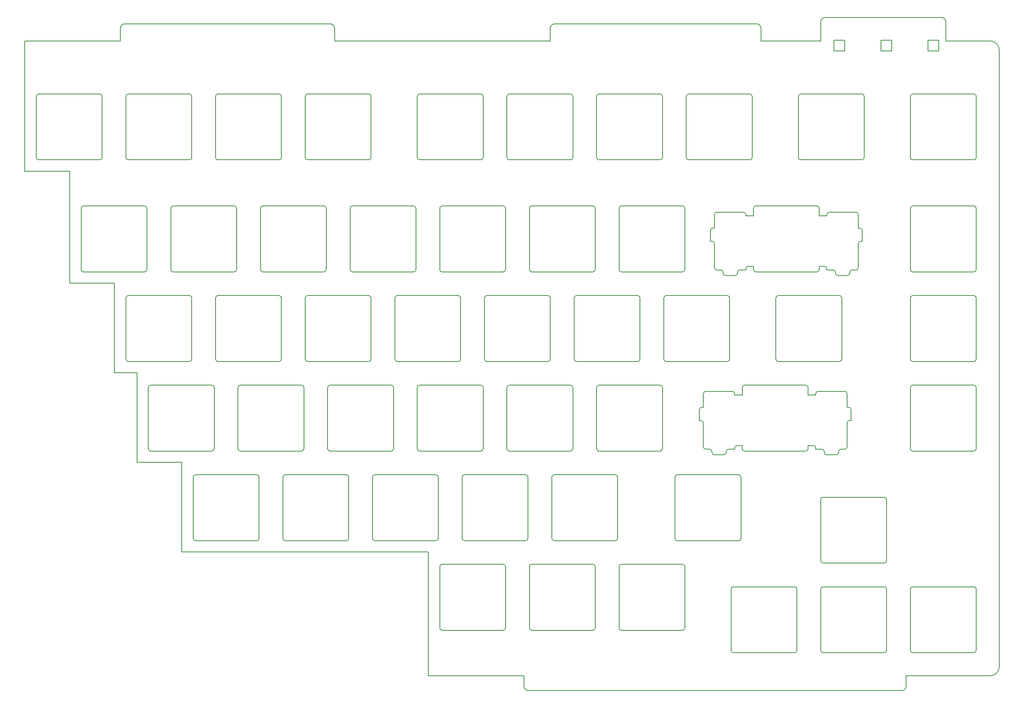
<source format=gbr>
%TF.GenerationSoftware,KiCad,Pcbnew,8.0.4*%
%TF.CreationDate,2024-10-31T13:51:07-05:00*%
%TF.ProjectId,numlocked_right_plate,6e756d6c-6f63-46b6-9564-5f7269676874,rev?*%
%TF.SameCoordinates,Original*%
%TF.FileFunction,Profile,NP*%
%FSLAX46Y46*%
G04 Gerber Fmt 4.6, Leading zero omitted, Abs format (unit mm)*
G04 Created by KiCad (PCBNEW 8.0.4) date 2024-10-31 13:51:07*
%MOMM*%
%LPD*%
G01*
G04 APERTURE LIST*
%TA.AperFunction,Profile*%
%ADD10C,0.200000*%
%TD*%
G04 APERTURE END LIST*
D10*
X244194500Y-32150000D02*
X241944500Y-32150000D01*
X244194500Y-29850000D02*
X244194500Y-32150000D01*
X241944500Y-29850000D02*
X244194500Y-29850000D01*
X241944500Y-32150000D02*
X241944500Y-29850000D01*
X62425000Y-41779000D02*
G75*
G02*
X62925000Y-41279000I500000J0D01*
G01*
X62425000Y-54779000D02*
X62425000Y-41779000D01*
X62925000Y-55279000D02*
G75*
G02*
X62425000Y-54779000I0J500000D01*
G01*
X75925000Y-55279000D02*
X62925000Y-55279000D01*
X76425000Y-54779000D02*
G75*
G02*
X75925000Y-55279000I-500000J0D01*
G01*
X76425000Y-41779000D02*
X76425000Y-54779000D01*
X75925000Y-41279000D02*
G75*
G02*
X76425000Y-41779000I0J-500000D01*
G01*
X62925000Y-41279000D02*
X75925000Y-41279000D01*
X81475000Y-41779000D02*
G75*
G02*
X81975000Y-41279000I500000J0D01*
G01*
X81475000Y-54779000D02*
X81475000Y-41779000D01*
X81975000Y-55279000D02*
G75*
G02*
X81475000Y-54779000I0J500000D01*
G01*
X94975000Y-55279000D02*
X81975000Y-55279000D01*
X95475000Y-54779000D02*
G75*
G02*
X94975000Y-55279000I-500000J0D01*
G01*
X95475000Y-41779000D02*
X95475000Y-54779000D01*
X94975000Y-41279000D02*
G75*
G02*
X95475000Y-41779000I0J-500000D01*
G01*
X81975000Y-41279000D02*
X94975000Y-41279000D01*
X100525000Y-41779000D02*
G75*
G02*
X101025000Y-41279000I500000J0D01*
G01*
X100525000Y-54779000D02*
X100525000Y-41779000D01*
X101025000Y-55279000D02*
G75*
G02*
X100525000Y-54779000I0J500000D01*
G01*
X114025000Y-55279000D02*
X101025000Y-55279000D01*
X114525000Y-54779000D02*
G75*
G02*
X114025000Y-55279000I-500000J0D01*
G01*
X114525000Y-41779000D02*
X114525000Y-54779000D01*
X114025000Y-41279000D02*
G75*
G02*
X114525000Y-41779000I0J-500000D01*
G01*
X101025000Y-41279000D02*
X114025000Y-41279000D01*
X119575000Y-41779000D02*
G75*
G02*
X120075000Y-41279000I500000J0D01*
G01*
X119575000Y-54779000D02*
X119575000Y-41779000D01*
X120075000Y-55279000D02*
G75*
G02*
X119575000Y-54779000I0J500000D01*
G01*
X133075000Y-55279000D02*
X120075000Y-55279000D01*
X133575000Y-54779000D02*
G75*
G02*
X133075000Y-55279000I-500000J0D01*
G01*
X133575000Y-41779000D02*
X133575000Y-54779000D01*
X133075000Y-41279000D02*
G75*
G02*
X133575000Y-41779000I0J-500000D01*
G01*
X120075000Y-41279000D02*
X133075000Y-41279000D01*
X143387500Y-41779000D02*
G75*
G02*
X143887500Y-41279000I500000J0D01*
G01*
X143387500Y-54779000D02*
X143387500Y-41779000D01*
X143887500Y-55279000D02*
G75*
G02*
X143387500Y-54779000I0J500000D01*
G01*
X156887500Y-55279000D02*
X143887500Y-55279000D01*
X157387500Y-54779000D02*
G75*
G02*
X156887500Y-55279000I-500000J0D01*
G01*
X157387500Y-41779000D02*
X157387500Y-54779000D01*
X156887500Y-41279000D02*
G75*
G02*
X157387500Y-41779000I0J-500000D01*
G01*
X143887500Y-41279000D02*
X156887500Y-41279000D01*
X162437500Y-41779000D02*
G75*
G02*
X162937500Y-41279000I500000J0D01*
G01*
X162437500Y-54779000D02*
X162437500Y-41779000D01*
X162937500Y-55279000D02*
G75*
G02*
X162437500Y-54779000I0J500000D01*
G01*
X175937500Y-55279000D02*
X162937500Y-55279000D01*
X176437500Y-54779000D02*
G75*
G02*
X175937500Y-55279000I-500000J0D01*
G01*
X176437500Y-41779000D02*
X176437500Y-54779000D01*
X175937500Y-41279000D02*
G75*
G02*
X176437500Y-41779000I0J-500000D01*
G01*
X162937500Y-41279000D02*
X175937500Y-41279000D01*
X181487500Y-41779000D02*
G75*
G02*
X181987500Y-41279000I500000J0D01*
G01*
X181487500Y-54779000D02*
X181487500Y-41779000D01*
X181987500Y-55279000D02*
G75*
G02*
X181487500Y-54779000I0J500000D01*
G01*
X194987500Y-55279000D02*
X181987500Y-55279000D01*
X195487500Y-54779000D02*
G75*
G02*
X194987500Y-55279000I-500000J0D01*
G01*
X195487500Y-41779000D02*
X195487500Y-54779000D01*
X194987500Y-41279000D02*
G75*
G02*
X195487500Y-41779000I0J-500000D01*
G01*
X181987500Y-41279000D02*
X194987500Y-41279000D01*
X200537500Y-41779000D02*
G75*
G02*
X201037500Y-41279000I500000J0D01*
G01*
X200537500Y-54779000D02*
X200537500Y-41779000D01*
X201037500Y-55279000D02*
G75*
G02*
X200537500Y-54779000I0J500000D01*
G01*
X214037500Y-55279000D02*
X201037500Y-55279000D01*
X214537500Y-54779000D02*
G75*
G02*
X214037500Y-55279000I-500000J0D01*
G01*
X214537500Y-41779000D02*
X214537500Y-54779000D01*
X214037500Y-41279000D02*
G75*
G02*
X214537500Y-41779000I0J-500000D01*
G01*
X201037500Y-41279000D02*
X214037500Y-41279000D01*
X224350000Y-41779000D02*
G75*
G02*
X224850000Y-41279000I500000J0D01*
G01*
X224350000Y-54779000D02*
X224350000Y-41779000D01*
X224850000Y-55279000D02*
G75*
G02*
X224350000Y-54779000I0J500000D01*
G01*
X237850000Y-55279000D02*
X224850000Y-55279000D01*
X238350000Y-54779000D02*
G75*
G02*
X237850000Y-55279000I-500000J0D01*
G01*
X238350000Y-41779000D02*
X238350000Y-54779000D01*
X237850000Y-41279000D02*
G75*
G02*
X238350000Y-41779000I0J-500000D01*
G01*
X224850000Y-41279000D02*
X237850000Y-41279000D01*
X248162500Y-41779000D02*
G75*
G02*
X248662500Y-41279000I500000J0D01*
G01*
X248162500Y-54779000D02*
X248162500Y-41779000D01*
X248662500Y-55279000D02*
G75*
G02*
X248162500Y-54779000I0J500000D01*
G01*
X261662500Y-55279000D02*
X248662500Y-55279000D01*
X262162500Y-54779000D02*
G75*
G02*
X261662500Y-55279000I-500000J0D01*
G01*
X262162500Y-41779000D02*
X262162500Y-54779000D01*
X261662500Y-41279000D02*
G75*
G02*
X262162500Y-41779000I0J-500000D01*
G01*
X248662500Y-41279000D02*
X261662500Y-41279000D01*
X71950000Y-65591500D02*
G75*
G02*
X72450000Y-65091500I500000J0D01*
G01*
X71950000Y-78591500D02*
X71950000Y-65591500D01*
X72450000Y-79091500D02*
G75*
G02*
X71950000Y-78591500I0J500000D01*
G01*
X85450000Y-79091500D02*
X72450000Y-79091500D01*
X85950000Y-78591500D02*
G75*
G02*
X85450000Y-79091500I-500000J0D01*
G01*
X85950000Y-65591500D02*
X85950000Y-78591500D01*
X85450000Y-65091500D02*
G75*
G02*
X85950000Y-65591500I0J-500000D01*
G01*
X72450000Y-65091500D02*
X85450000Y-65091500D01*
X91000000Y-65591500D02*
G75*
G02*
X91500000Y-65091500I500000J0D01*
G01*
X91000000Y-78591500D02*
X91000000Y-65591500D01*
X91500000Y-79091500D02*
G75*
G02*
X91000000Y-78591500I0J500000D01*
G01*
X104500000Y-79091500D02*
X91500000Y-79091500D01*
X105000000Y-78591500D02*
G75*
G02*
X104500000Y-79091500I-500000J0D01*
G01*
X105000000Y-65591500D02*
X105000000Y-78591500D01*
X104500000Y-65091500D02*
G75*
G02*
X105000000Y-65591500I0J-500000D01*
G01*
X91500000Y-65091500D02*
X104500000Y-65091500D01*
X110050000Y-65591500D02*
G75*
G02*
X110550000Y-65091500I500000J0D01*
G01*
X110050000Y-78591500D02*
X110050000Y-65591500D01*
X110550000Y-79091500D02*
G75*
G02*
X110050000Y-78591500I0J500000D01*
G01*
X123550000Y-79091500D02*
X110550000Y-79091500D01*
X124050000Y-78591500D02*
G75*
G02*
X123550000Y-79091500I-500000J0D01*
G01*
X124050000Y-65591500D02*
X124050000Y-78591500D01*
X123550000Y-65091500D02*
G75*
G02*
X124050000Y-65591500I0J-500000D01*
G01*
X110550000Y-65091500D02*
X123550000Y-65091500D01*
X129100000Y-65591500D02*
G75*
G02*
X129600000Y-65091500I500000J0D01*
G01*
X129100000Y-78591500D02*
X129100000Y-65591500D01*
X129600000Y-79091500D02*
G75*
G02*
X129100000Y-78591500I0J500000D01*
G01*
X142600000Y-79091500D02*
X129600000Y-79091500D01*
X143100000Y-78591500D02*
G75*
G02*
X142600000Y-79091500I-500000J0D01*
G01*
X143100000Y-65591500D02*
X143100000Y-78591500D01*
X142600000Y-65091500D02*
G75*
G02*
X143100000Y-65591500I0J-500000D01*
G01*
X129600000Y-65091500D02*
X142600000Y-65091500D01*
X148150000Y-65591500D02*
G75*
G02*
X148650000Y-65091500I500000J0D01*
G01*
X148150000Y-78591500D02*
X148150000Y-65591500D01*
X148650000Y-79091500D02*
G75*
G02*
X148150000Y-78591500I0J500000D01*
G01*
X161650000Y-79091500D02*
X148650000Y-79091500D01*
X162150000Y-78591500D02*
G75*
G02*
X161650000Y-79091500I-500000J0D01*
G01*
X162150000Y-65591500D02*
X162150000Y-78591500D01*
X161650000Y-65091500D02*
G75*
G02*
X162150000Y-65591500I0J-500000D01*
G01*
X148650000Y-65091500D02*
X161650000Y-65091500D01*
X167200000Y-65591500D02*
G75*
G02*
X167700000Y-65091500I500000J0D01*
G01*
X167200000Y-78591500D02*
X167200000Y-65591500D01*
X167700000Y-79091500D02*
G75*
G02*
X167200000Y-78591500I0J500000D01*
G01*
X180700000Y-79091500D02*
X167700000Y-79091500D01*
X181200000Y-78591500D02*
G75*
G02*
X180700000Y-79091500I-500000J0D01*
G01*
X181200000Y-65591500D02*
X181200000Y-78591500D01*
X180700000Y-65091500D02*
G75*
G02*
X181200000Y-65591500I0J-500000D01*
G01*
X167700000Y-65091500D02*
X180700000Y-65091500D01*
X186250000Y-65591500D02*
G75*
G02*
X186750000Y-65091500I500000J0D01*
G01*
X186250000Y-78591500D02*
X186250000Y-65591500D01*
X186750000Y-79091500D02*
G75*
G02*
X186250000Y-78591500I0J500000D01*
G01*
X199750000Y-79091500D02*
X186750000Y-79091500D01*
X200250000Y-78591500D02*
G75*
G02*
X199750000Y-79091500I-500000J0D01*
G01*
X200250000Y-65591500D02*
X200250000Y-78591500D01*
X199750000Y-65091500D02*
G75*
G02*
X200250000Y-65591500I0J-500000D01*
G01*
X186750000Y-65091500D02*
X199750000Y-65091500D01*
X248162500Y-65591500D02*
G75*
G02*
X248662500Y-65091500I500000J0D01*
G01*
X248162500Y-78591500D02*
X248162500Y-65591500D01*
X248662500Y-79091500D02*
G75*
G02*
X248162500Y-78591500I0J500000D01*
G01*
X261662500Y-79091500D02*
X248662500Y-79091500D01*
X262162500Y-78591500D02*
G75*
G02*
X261662500Y-79091500I-500000J0D01*
G01*
X262162500Y-65591500D02*
X262162500Y-78591500D01*
X261662500Y-65091500D02*
G75*
G02*
X262162500Y-65591500I0J-500000D01*
G01*
X248662500Y-65091500D02*
X261662500Y-65091500D01*
X81475000Y-84641500D02*
G75*
G02*
X81975000Y-84141500I500000J0D01*
G01*
X81475000Y-97641500D02*
X81475000Y-84641500D01*
X81975000Y-98141500D02*
G75*
G02*
X81475000Y-97641500I0J500000D01*
G01*
X94975000Y-98141500D02*
X81975000Y-98141500D01*
X95475000Y-97641500D02*
G75*
G02*
X94975000Y-98141500I-500000J0D01*
G01*
X95475000Y-84641500D02*
X95475000Y-97641500D01*
X94975000Y-84141500D02*
G75*
G02*
X95475000Y-84641500I0J-500000D01*
G01*
X81975000Y-84141500D02*
X94975000Y-84141500D01*
X100525000Y-84641500D02*
G75*
G02*
X101025000Y-84141500I500000J0D01*
G01*
X100525000Y-97641500D02*
X100525000Y-84641500D01*
X101025000Y-98141500D02*
G75*
G02*
X100525000Y-97641500I0J500000D01*
G01*
X114025000Y-98141500D02*
X101025000Y-98141500D01*
X114525000Y-97641500D02*
G75*
G02*
X114025000Y-98141500I-500000J0D01*
G01*
X114525000Y-84641500D02*
X114525000Y-97641500D01*
X114025000Y-84141500D02*
G75*
G02*
X114525000Y-84641500I0J-500000D01*
G01*
X101025000Y-84141500D02*
X114025000Y-84141500D01*
X119575000Y-84641500D02*
G75*
G02*
X120075000Y-84141500I500000J0D01*
G01*
X119575000Y-97641500D02*
X119575000Y-84641500D01*
X120075000Y-98141500D02*
G75*
G02*
X119575000Y-97641500I0J500000D01*
G01*
X133075000Y-98141500D02*
X120075000Y-98141500D01*
X133575000Y-97641500D02*
G75*
G02*
X133075000Y-98141500I-500000J0D01*
G01*
X133575000Y-84641500D02*
X133575000Y-97641500D01*
X133075000Y-84141500D02*
G75*
G02*
X133575000Y-84641500I0J-500000D01*
G01*
X120075000Y-84141500D02*
X133075000Y-84141500D01*
X138625000Y-84641500D02*
G75*
G02*
X139125000Y-84141500I500000J0D01*
G01*
X138625000Y-97641500D02*
X138625000Y-84641500D01*
X139125000Y-98141500D02*
G75*
G02*
X138625000Y-97641500I0J500000D01*
G01*
X152125000Y-98141500D02*
X139125000Y-98141500D01*
X152625000Y-97641500D02*
G75*
G02*
X152125000Y-98141500I-500000J0D01*
G01*
X152625000Y-84641500D02*
X152625000Y-97641500D01*
X152125000Y-84141500D02*
G75*
G02*
X152625000Y-84641500I0J-500000D01*
G01*
X139125000Y-84141500D02*
X152125000Y-84141500D01*
X157675000Y-84641500D02*
G75*
G02*
X158175000Y-84141500I500000J0D01*
G01*
X157675000Y-97641500D02*
X157675000Y-84641500D01*
X158175000Y-98141500D02*
G75*
G02*
X157675000Y-97641500I0J500000D01*
G01*
X171175000Y-98141500D02*
X158175000Y-98141500D01*
X171675000Y-97641500D02*
G75*
G02*
X171175000Y-98141500I-500000J0D01*
G01*
X171675000Y-84641500D02*
X171675000Y-97641500D01*
X171175000Y-84141500D02*
G75*
G02*
X171675000Y-84641500I0J-500000D01*
G01*
X158175000Y-84141500D02*
X171175000Y-84141500D01*
X176725000Y-84641500D02*
G75*
G02*
X177225000Y-84141500I500000J0D01*
G01*
X176725000Y-97641500D02*
X176725000Y-84641500D01*
X177225000Y-98141500D02*
G75*
G02*
X176725000Y-97641500I0J500000D01*
G01*
X190225000Y-98141500D02*
X177225000Y-98141500D01*
X190725000Y-97641500D02*
G75*
G02*
X190225000Y-98141500I-500000J0D01*
G01*
X190725000Y-84641500D02*
X190725000Y-97641500D01*
X190225000Y-84141500D02*
G75*
G02*
X190725000Y-84641500I0J-500000D01*
G01*
X177225000Y-84141500D02*
X190225000Y-84141500D01*
X195775000Y-84641500D02*
G75*
G02*
X196275000Y-84141500I500000J0D01*
G01*
X195775000Y-97641500D02*
X195775000Y-84641500D01*
X196275000Y-98141500D02*
G75*
G02*
X195775000Y-97641500I0J500000D01*
G01*
X209275000Y-98141500D02*
X196275000Y-98141500D01*
X209775000Y-97641500D02*
G75*
G02*
X209275000Y-98141500I-500000J0D01*
G01*
X209775000Y-84641500D02*
X209775000Y-97641500D01*
X209275000Y-84141500D02*
G75*
G02*
X209775000Y-84641500I0J-500000D01*
G01*
X196275000Y-84141500D02*
X209275000Y-84141500D01*
X219587500Y-84641500D02*
G75*
G02*
X220087500Y-84141500I500000J0D01*
G01*
X219587500Y-97641500D02*
X219587500Y-84641500D01*
X220087500Y-98141500D02*
G75*
G02*
X219587500Y-97641500I0J500000D01*
G01*
X233087500Y-98141500D02*
X220087500Y-98141500D01*
X233587500Y-97641500D02*
G75*
G02*
X233087500Y-98141500I-500000J0D01*
G01*
X233587500Y-84641500D02*
X233587500Y-97641500D01*
X233087500Y-84141500D02*
G75*
G02*
X233587500Y-84641500I0J-500000D01*
G01*
X220087500Y-84141500D02*
X233087500Y-84141500D01*
X248162500Y-84641500D02*
G75*
G02*
X248662500Y-84141500I500000J0D01*
G01*
X248162500Y-97641500D02*
X248162500Y-84641500D01*
X248662500Y-98141500D02*
G75*
G02*
X248162500Y-97641500I0J500000D01*
G01*
X261662500Y-98141500D02*
X248662500Y-98141500D01*
X262162500Y-97641500D02*
G75*
G02*
X261662500Y-98141500I-500000J0D01*
G01*
X262162500Y-84641500D02*
X262162500Y-97641500D01*
X261662500Y-84141500D02*
G75*
G02*
X262162500Y-84641500I0J-500000D01*
G01*
X248662500Y-84141500D02*
X261662500Y-84141500D01*
X86237500Y-103691500D02*
G75*
G02*
X86737500Y-103191500I500000J0D01*
G01*
X86237500Y-116691500D02*
X86237500Y-103691500D01*
X86737500Y-117191500D02*
G75*
G02*
X86237500Y-116691500I0J500000D01*
G01*
X99737500Y-117191500D02*
X86737500Y-117191500D01*
X100237500Y-116691500D02*
G75*
G02*
X99737500Y-117191500I-500000J0D01*
G01*
X100237500Y-103691500D02*
X100237500Y-116691500D01*
X99737500Y-103191500D02*
G75*
G02*
X100237500Y-103691500I0J-500000D01*
G01*
X86737500Y-103191500D02*
X99737500Y-103191500D01*
X105287500Y-103691500D02*
G75*
G02*
X105787500Y-103191500I500000J0D01*
G01*
X105287500Y-116691500D02*
X105287500Y-103691500D01*
X105787500Y-117191500D02*
G75*
G02*
X105287500Y-116691500I0J500000D01*
G01*
X118787500Y-117191500D02*
X105787500Y-117191500D01*
X119287500Y-116691500D02*
G75*
G02*
X118787500Y-117191500I-500000J0D01*
G01*
X119287500Y-103691500D02*
X119287500Y-116691500D01*
X118787500Y-103191500D02*
G75*
G02*
X119287500Y-103691500I0J-500000D01*
G01*
X105787500Y-103191500D02*
X118787500Y-103191500D01*
X124337500Y-103691500D02*
G75*
G02*
X124837500Y-103191500I500000J0D01*
G01*
X124337500Y-116691500D02*
X124337500Y-103691500D01*
X124837500Y-117191500D02*
G75*
G02*
X124337500Y-116691500I0J500000D01*
G01*
X137837500Y-117191500D02*
X124837500Y-117191500D01*
X138337500Y-116691500D02*
G75*
G02*
X137837500Y-117191500I-500000J0D01*
G01*
X138337500Y-103691500D02*
X138337500Y-116691500D01*
X137837500Y-103191500D02*
G75*
G02*
X138337500Y-103691500I0J-500000D01*
G01*
X124837500Y-103191500D02*
X137837500Y-103191500D01*
X143387500Y-103691500D02*
G75*
G02*
X143887500Y-103191500I500000J0D01*
G01*
X143387500Y-116691500D02*
X143387500Y-103691500D01*
X143887500Y-117191500D02*
G75*
G02*
X143387500Y-116691500I0J500000D01*
G01*
X156887500Y-117191500D02*
X143887500Y-117191500D01*
X157387500Y-116691500D02*
G75*
G02*
X156887500Y-117191500I-500000J0D01*
G01*
X157387500Y-103691500D02*
X157387500Y-116691500D01*
X156887500Y-103191500D02*
G75*
G02*
X157387500Y-103691500I0J-500000D01*
G01*
X143887500Y-103191500D02*
X156887500Y-103191500D01*
X162437500Y-103691500D02*
G75*
G02*
X162937500Y-103191500I500000J0D01*
G01*
X162437500Y-116691500D02*
X162437500Y-103691500D01*
X162937500Y-117191500D02*
G75*
G02*
X162437500Y-116691500I0J500000D01*
G01*
X175937500Y-117191500D02*
X162937500Y-117191500D01*
X176437500Y-116691500D02*
G75*
G02*
X175937500Y-117191500I-500000J0D01*
G01*
X176437500Y-103691500D02*
X176437500Y-116691500D01*
X175937500Y-103191500D02*
G75*
G02*
X176437500Y-103691500I0J-500000D01*
G01*
X162937500Y-103191500D02*
X175937500Y-103191500D01*
X181487500Y-103691500D02*
G75*
G02*
X181987500Y-103191500I500000J0D01*
G01*
X181487500Y-116691500D02*
X181487500Y-103691500D01*
X181987500Y-117191500D02*
G75*
G02*
X181487500Y-116691500I0J500000D01*
G01*
X194987500Y-117191500D02*
X181987500Y-117191500D01*
X195487500Y-116691500D02*
G75*
G02*
X194987500Y-117191500I-500000J0D01*
G01*
X195487500Y-103691500D02*
X195487500Y-116691500D01*
X194987500Y-103191500D02*
G75*
G02*
X195487500Y-103691500I0J-500000D01*
G01*
X181987500Y-103191500D02*
X194987500Y-103191500D01*
X248162500Y-103691500D02*
G75*
G02*
X248662500Y-103191500I500000J0D01*
G01*
X248162500Y-116691500D02*
X248162500Y-103691500D01*
X248662500Y-117191500D02*
G75*
G02*
X248162500Y-116691500I0J500000D01*
G01*
X261662500Y-117191500D02*
X248662500Y-117191500D01*
X262162500Y-116691500D02*
G75*
G02*
X261662500Y-117191500I-500000J0D01*
G01*
X262162500Y-103691500D02*
X262162500Y-116691500D01*
X261662500Y-103191500D02*
G75*
G02*
X262162500Y-103691500I0J-500000D01*
G01*
X248662500Y-103191500D02*
X261662500Y-103191500D01*
X95762500Y-122741500D02*
G75*
G02*
X96262500Y-122241500I500000J0D01*
G01*
X95762500Y-135741500D02*
X95762500Y-122741500D01*
X96262500Y-136241500D02*
G75*
G02*
X95762500Y-135741500I0J500000D01*
G01*
X109262500Y-136241500D02*
X96262500Y-136241500D01*
X109762500Y-135741500D02*
G75*
G02*
X109262500Y-136241500I-500000J0D01*
G01*
X109762500Y-122741500D02*
X109762500Y-135741500D01*
X109262500Y-122241500D02*
G75*
G02*
X109762500Y-122741500I0J-500000D01*
G01*
X96262500Y-122241500D02*
X109262500Y-122241500D01*
X114812500Y-122741500D02*
G75*
G02*
X115312500Y-122241500I500000J0D01*
G01*
X114812500Y-135741500D02*
X114812500Y-122741500D01*
X115312500Y-136241500D02*
G75*
G02*
X114812500Y-135741500I0J500000D01*
G01*
X128312500Y-136241500D02*
X115312500Y-136241500D01*
X128812500Y-135741500D02*
G75*
G02*
X128312500Y-136241500I-500000J0D01*
G01*
X128812500Y-122741500D02*
X128812500Y-135741500D01*
X128312500Y-122241500D02*
G75*
G02*
X128812500Y-122741500I0J-500000D01*
G01*
X115312500Y-122241500D02*
X128312500Y-122241500D01*
X133862500Y-122741500D02*
G75*
G02*
X134362500Y-122241500I500000J0D01*
G01*
X133862500Y-135741500D02*
X133862500Y-122741500D01*
X134362500Y-136241500D02*
G75*
G02*
X133862500Y-135741500I0J500000D01*
G01*
X147362500Y-136241500D02*
X134362500Y-136241500D01*
X147862500Y-135741500D02*
G75*
G02*
X147362500Y-136241500I-500000J0D01*
G01*
X147862500Y-122741500D02*
X147862500Y-135741500D01*
X147362500Y-122241500D02*
G75*
G02*
X147862500Y-122741500I0J-500000D01*
G01*
X134362500Y-122241500D02*
X147362500Y-122241500D01*
X152912500Y-122741500D02*
G75*
G02*
X153412500Y-122241500I500000J0D01*
G01*
X152912500Y-135741500D02*
X152912500Y-122741500D01*
X153412500Y-136241500D02*
G75*
G02*
X152912500Y-135741500I0J500000D01*
G01*
X166412500Y-136241500D02*
X153412500Y-136241500D01*
X166912500Y-135741500D02*
G75*
G02*
X166412500Y-136241500I-500000J0D01*
G01*
X166912500Y-122741500D02*
X166912500Y-135741500D01*
X166412500Y-122241500D02*
G75*
G02*
X166912500Y-122741500I0J-500000D01*
G01*
X153412500Y-122241500D02*
X166412500Y-122241500D01*
X171962500Y-122741500D02*
G75*
G02*
X172462500Y-122241500I500000J0D01*
G01*
X171962500Y-135741500D02*
X171962500Y-122741500D01*
X172462500Y-136241500D02*
G75*
G02*
X171962500Y-135741500I0J500000D01*
G01*
X185462500Y-136241500D02*
X172462500Y-136241500D01*
X185962500Y-135741500D02*
G75*
G02*
X185462500Y-136241500I-500000J0D01*
G01*
X185962500Y-122741500D02*
X185962500Y-135741500D01*
X185462500Y-122241500D02*
G75*
G02*
X185962500Y-122741500I0J-500000D01*
G01*
X172462500Y-122241500D02*
X185462500Y-122241500D01*
X198156250Y-122741500D02*
G75*
G02*
X198656250Y-122241550I499950J0D01*
G01*
X198156250Y-135734400D02*
X198156250Y-122741500D01*
X198656300Y-136241500D02*
G75*
G02*
X198156248Y-135734400I100J500200D01*
G01*
X211656250Y-136241500D02*
X198656300Y-136241500D01*
X212156250Y-135741500D02*
G75*
G02*
X211656250Y-136241450I-499950J0D01*
G01*
X212156250Y-122748671D02*
X212156250Y-135741500D01*
X211656200Y-122241500D02*
G75*
G02*
X212156251Y-122748671I-100J-500200D01*
G01*
X198656250Y-122241500D02*
X211656200Y-122241500D01*
X229112500Y-127504000D02*
G75*
G02*
X229612500Y-127004000I500000J0D01*
G01*
X229112500Y-140504000D02*
X229112500Y-127504000D01*
X229612500Y-141004000D02*
G75*
G02*
X229112500Y-140504000I0J500000D01*
G01*
X242612500Y-141004000D02*
X229612500Y-141004000D01*
X243112500Y-140504000D02*
G75*
G02*
X242612500Y-141004000I-500000J0D01*
G01*
X243112500Y-127504000D02*
X243112500Y-140504000D01*
X242612500Y-127004000D02*
G75*
G02*
X243112500Y-127504000I0J-500000D01*
G01*
X229612500Y-127004000D02*
X242612500Y-127004000D01*
X148150000Y-141791500D02*
G75*
G02*
X148650000Y-141291500I500000J0D01*
G01*
X148150000Y-154791500D02*
X148150000Y-141791500D01*
X148650000Y-155291500D02*
G75*
G02*
X148150000Y-154791500I0J500000D01*
G01*
X161650000Y-155291500D02*
X148650000Y-155291500D01*
X162150000Y-154791500D02*
G75*
G02*
X161650000Y-155291500I-500000J0D01*
G01*
X162150000Y-141791500D02*
X162150000Y-154791500D01*
X161650000Y-141291500D02*
G75*
G02*
X162150000Y-141791500I0J-500000D01*
G01*
X148650000Y-141291500D02*
X161650000Y-141291500D01*
X167200000Y-141791500D02*
G75*
G02*
X167700000Y-141291500I500000J0D01*
G01*
X167200000Y-154791500D02*
X167200000Y-141791500D01*
X167700000Y-155291500D02*
G75*
G02*
X167200000Y-154791500I0J500000D01*
G01*
X180700000Y-155291500D02*
X167700000Y-155291500D01*
X181200000Y-154791500D02*
G75*
G02*
X180700000Y-155291500I-500000J0D01*
G01*
X181200000Y-141791500D02*
X181200000Y-154791500D01*
X180700000Y-141291500D02*
G75*
G02*
X181200000Y-141791500I0J-500000D01*
G01*
X167700000Y-141291500D02*
X180700000Y-141291500D01*
X186250000Y-141791500D02*
G75*
G02*
X186750000Y-141291500I500000J0D01*
G01*
X186250000Y-154791500D02*
X186250000Y-141791500D01*
X186750000Y-155291500D02*
G75*
G02*
X186250000Y-154791500I0J500000D01*
G01*
X199750000Y-155291500D02*
X186750000Y-155291500D01*
X200250000Y-154791500D02*
G75*
G02*
X199750000Y-155291500I-500000J0D01*
G01*
X200250000Y-141791500D02*
X200250000Y-154791500D01*
X199750000Y-141291500D02*
G75*
G02*
X200250000Y-141791500I0J-500000D01*
G01*
X186750000Y-141291500D02*
X199750000Y-141291500D01*
X210062500Y-146554000D02*
G75*
G02*
X210562500Y-146054000I500000J0D01*
G01*
X210062500Y-159554000D02*
X210062500Y-146554000D01*
X210562500Y-160054000D02*
G75*
G02*
X210062500Y-159554000I0J500000D01*
G01*
X223562500Y-160054000D02*
X210562500Y-160054000D01*
X224062500Y-159554000D02*
G75*
G02*
X223562500Y-160054000I-500000J0D01*
G01*
X224062500Y-146554000D02*
X224062500Y-159554000D01*
X223562500Y-146054000D02*
G75*
G02*
X224062500Y-146554000I0J-500000D01*
G01*
X210562500Y-146054000D02*
X223562500Y-146054000D01*
X229112500Y-146554000D02*
G75*
G02*
X229612500Y-146054000I500000J0D01*
G01*
X229112500Y-159554000D02*
X229112500Y-146554000D01*
X229612500Y-160054000D02*
G75*
G02*
X229112500Y-159554000I0J500000D01*
G01*
X242612500Y-160054000D02*
X229612500Y-160054000D01*
X243112500Y-159554000D02*
G75*
G02*
X242612500Y-160054000I-500000J0D01*
G01*
X243112500Y-146554000D02*
X243112500Y-159554000D01*
X242612500Y-146054000D02*
G75*
G02*
X243112500Y-146554000I0J-500000D01*
G01*
X229612500Y-146054000D02*
X242612500Y-146054000D01*
X248162500Y-146554000D02*
G75*
G02*
X248662500Y-146054000I500000J0D01*
G01*
X248162500Y-159554000D02*
X248162500Y-146554000D01*
X248662500Y-160054000D02*
G75*
G02*
X248162500Y-159554000I0J500000D01*
G01*
X261662500Y-160054000D02*
X248662500Y-160054000D01*
X262162500Y-159554000D02*
G75*
G02*
X261662500Y-160054000I-500000J0D01*
G01*
X262162500Y-146554000D02*
X262162500Y-159554000D01*
X261662500Y-146054000D02*
G75*
G02*
X262162500Y-146554000I0J-500000D01*
G01*
X248662500Y-146054000D02*
X261662500Y-146054000D01*
X229935600Y-77908100D02*
G75*
G02*
X230435600Y-78408100I0J-500000D01*
G01*
X230435600Y-78695500D02*
X230435600Y-78408100D01*
X231739000Y-78695500D02*
X230435600Y-78695500D01*
X231739000Y-78695500D02*
G75*
G02*
X232239000Y-79195500I0J-500000D01*
G01*
X232239000Y-79363900D02*
X232239000Y-79195500D01*
X232739000Y-79863900D02*
G75*
G02*
X232239000Y-79363900I0J500000D01*
G01*
X234787000Y-79863900D02*
X232739000Y-79863900D01*
X235287000Y-79363900D02*
G75*
G02*
X234787000Y-79863900I-500000J0D01*
G01*
X235287000Y-79195500D02*
X235287000Y-79363900D01*
X235287000Y-79195500D02*
G75*
G02*
X235787000Y-78695500I500000J0D01*
G01*
X236590400Y-78695500D02*
X235787000Y-78695500D01*
X237090400Y-78195500D02*
G75*
G02*
X236590400Y-78695500I-500000J0D01*
G01*
X237090400Y-73099500D02*
X237090400Y-78195500D01*
X237090400Y-73099500D02*
G75*
G02*
X237590400Y-72599500I500000J0D01*
G01*
X237954000Y-72599500D02*
X237590400Y-72599500D01*
X237954000Y-70305500D02*
X237954000Y-72599500D01*
X237454000Y-69805500D02*
G75*
G02*
X237954000Y-70305500I0J-500000D01*
G01*
X237090400Y-69805500D02*
X237454000Y-69805500D01*
X237090400Y-66901900D02*
X237090400Y-69805500D01*
X236590400Y-66401900D02*
G75*
G02*
X237090400Y-66901900I0J-500000D01*
G01*
X230935600Y-66401900D02*
X236590400Y-66401900D01*
X230435600Y-66901900D02*
G75*
G02*
X230935600Y-66401900I500000J0D01*
G01*
X230435600Y-67214700D02*
X230435600Y-66901900D01*
X228825000Y-67214700D02*
X230435600Y-67214700D01*
X228825000Y-65591500D02*
X228825000Y-67214700D01*
X228325000Y-65091500D02*
G75*
G02*
X228825000Y-65591500I0J-500000D01*
G01*
X215325000Y-65091500D02*
X228325000Y-65091500D01*
X214825000Y-65591500D02*
G75*
G02*
X215325000Y-65091500I500000J0D01*
G01*
X214825000Y-67214700D02*
X214825000Y-65591500D01*
X213214400Y-67214700D02*
X214825000Y-67214700D01*
X213214400Y-66901900D02*
X213214400Y-67214700D01*
X212714400Y-66401900D02*
G75*
G02*
X213214400Y-66901900I0J-500000D01*
G01*
X207059600Y-66401900D02*
X212714400Y-66401900D01*
X206559600Y-66901900D02*
G75*
G02*
X207059600Y-66401900I500000J0D01*
G01*
X206559600Y-69805500D02*
X206559600Y-66901900D01*
X206196000Y-69805500D02*
X206559600Y-69805500D01*
X205696000Y-70305500D02*
G75*
G02*
X206196000Y-69805500I500000J0D01*
G01*
X205696000Y-72599500D02*
X205696000Y-70305500D01*
X206059600Y-72599500D02*
X205696000Y-72599500D01*
X206059600Y-72599500D02*
G75*
G02*
X206559600Y-73099500I0J-500000D01*
G01*
X206559600Y-78195500D02*
X206559600Y-73099500D01*
X207059600Y-78695500D02*
G75*
G02*
X206559600Y-78195500I0J500000D01*
G01*
X207863000Y-78695500D02*
X207059600Y-78695500D01*
X207863000Y-78695500D02*
G75*
G02*
X208363000Y-79195500I0J-500000D01*
G01*
X208363000Y-79363900D02*
X208363000Y-79195500D01*
X208863000Y-79863900D02*
G75*
G02*
X208363000Y-79363900I0J500000D01*
G01*
X210911000Y-79863900D02*
X208863000Y-79863900D01*
X211411000Y-79363900D02*
G75*
G02*
X210911000Y-79863900I-500000J0D01*
G01*
X211411000Y-79195500D02*
X211411000Y-79363900D01*
X211411000Y-79195500D02*
G75*
G02*
X211911000Y-78695500I500000J0D01*
G01*
X213214400Y-78695500D02*
X211911000Y-78695500D01*
X213214400Y-78408100D02*
X213214400Y-78695500D01*
X213214400Y-78408100D02*
G75*
G02*
X213714400Y-77908100I500000J0D01*
G01*
X214825000Y-77908100D02*
X213714400Y-77908100D01*
X214825000Y-78591500D02*
X214825000Y-77908100D01*
X215325000Y-79091500D02*
G75*
G02*
X214825000Y-78591500I0J500000D01*
G01*
X228325000Y-79091500D02*
X215325000Y-79091500D01*
X228825000Y-78591500D02*
G75*
G02*
X228325000Y-79091500I-500000J0D01*
G01*
X228825000Y-77908100D02*
X228825000Y-78591500D01*
X229935600Y-77908100D02*
X228825000Y-77908100D01*
X227554200Y-116008100D02*
G75*
G02*
X228054349Y-116501129I0J-500200D01*
G01*
X228054350Y-116795500D02*
X228054350Y-116501129D01*
X229357600Y-116795500D02*
X228054350Y-116795500D01*
X229357600Y-116795500D02*
G75*
G02*
X229857749Y-117288529I0J-500200D01*
G01*
X229857750Y-117456800D02*
X229857750Y-117288529D01*
X230357800Y-117963900D02*
G75*
G02*
X229857748Y-117456800I100J500200D01*
G01*
X232405750Y-117963900D02*
X230357800Y-117963900D01*
X232905750Y-117463900D02*
G75*
G02*
X232405750Y-117963850I-499950J0D01*
G01*
X232905750Y-117295500D02*
X232905750Y-117463900D01*
X232905750Y-117295500D02*
G75*
G02*
X233405750Y-116795550I499950J0D01*
G01*
X234209150Y-116795500D02*
X233405750Y-116795500D01*
X234709150Y-116295500D02*
G75*
G02*
X234209150Y-116795450I-499950J0D01*
G01*
X234709150Y-111199500D02*
X234709150Y-116295500D01*
X234709150Y-111199500D02*
G75*
G02*
X235209150Y-110699550I499950J0D01*
G01*
X235572750Y-110699500D02*
X235209150Y-110699500D01*
X235572750Y-108412671D02*
X235572750Y-110699500D01*
X235072700Y-107905500D02*
G75*
G02*
X235572751Y-108412671I-100J-500200D01*
G01*
X234709150Y-107905500D02*
X235072700Y-107905500D01*
X234709150Y-105009071D02*
X234709150Y-107905500D01*
X234209100Y-104501900D02*
G75*
G02*
X234709151Y-105009071I-100J-500200D01*
G01*
X228554350Y-104501900D02*
X234209100Y-104501900D01*
X228054350Y-105001900D02*
G75*
G02*
X228554350Y-104501950I499950J0D01*
G01*
X228054350Y-105314700D02*
X228054350Y-105001900D01*
X226443750Y-105314700D02*
X228054350Y-105314700D01*
X226443750Y-103698671D02*
X226443750Y-105314700D01*
X225943700Y-103191500D02*
G75*
G02*
X226443751Y-103698671I-100J-500200D01*
G01*
X212943750Y-103191500D02*
X225943700Y-103191500D01*
X212443750Y-103691500D02*
G75*
G02*
X212943750Y-103191550I499950J0D01*
G01*
X212443750Y-105314700D02*
X212443750Y-103691500D01*
X210833150Y-105314700D02*
X212443750Y-105314700D01*
X210833150Y-105009071D02*
X210833150Y-105314700D01*
X210333000Y-104501900D02*
G75*
G02*
X210833151Y-105009071I0J-500200D01*
G01*
X204678350Y-104501900D02*
X210333000Y-104501900D01*
X204178350Y-105001900D02*
G75*
G02*
X204678350Y-104501950I499950J0D01*
G01*
X204178350Y-107905500D02*
X204178350Y-105001900D01*
X203814750Y-107905500D02*
X204178350Y-107905500D01*
X203314750Y-108405500D02*
G75*
G02*
X203814750Y-107905550I499950J0D01*
G01*
X203314750Y-110699500D02*
X203314750Y-108405500D01*
X203678200Y-110699500D02*
X203314750Y-110699500D01*
X203678200Y-110699500D02*
G75*
G02*
X204178349Y-111192529I0J-500200D01*
G01*
X204178350Y-116288400D02*
X204178350Y-111192529D01*
X204678400Y-116795500D02*
G75*
G02*
X204178348Y-116288400I100J500200D01*
G01*
X205481600Y-116795500D02*
X204678400Y-116795500D01*
X205481600Y-116795500D02*
G75*
G02*
X205981749Y-117288529I0J-500200D01*
G01*
X205981750Y-117456800D02*
X205981750Y-117288529D01*
X206481800Y-117963900D02*
G75*
G02*
X205981748Y-117456800I100J500200D01*
G01*
X208529750Y-117963900D02*
X206481800Y-117963900D01*
X209029750Y-117463900D02*
G75*
G02*
X208529750Y-117963850I-499950J0D01*
G01*
X209029750Y-117295500D02*
X209029750Y-117463900D01*
X209029750Y-117295500D02*
G75*
G02*
X209529750Y-116795550I499950J0D01*
G01*
X210833150Y-116795500D02*
X209529750Y-116795500D01*
X210833150Y-116508100D02*
X210833150Y-116795500D01*
X210833150Y-116508100D02*
G75*
G02*
X211333150Y-116008150I499950J0D01*
G01*
X212443750Y-116008100D02*
X211333150Y-116008100D01*
X212443750Y-116684400D02*
X212443750Y-116008100D01*
X212943800Y-117191500D02*
G75*
G02*
X212443748Y-116684400I100J500200D01*
G01*
X225943750Y-117191500D02*
X212943800Y-117191500D01*
X226443750Y-116691500D02*
G75*
G02*
X225943750Y-117191450I-499950J0D01*
G01*
X226443750Y-116008100D02*
X226443750Y-116691500D01*
X227554200Y-116008100D02*
X226443750Y-116008100D01*
X234194500Y-32150000D02*
X231944500Y-32150000D01*
X234194500Y-29850000D02*
X234194500Y-32150000D01*
X231944500Y-29850000D02*
X234194500Y-29850000D01*
X231944500Y-32150000D02*
X231944500Y-29850000D01*
X251944500Y-29850000D02*
X254194500Y-29850000D01*
X251944500Y-32150000D02*
X251944500Y-29850000D01*
X254194500Y-32150000D02*
X251944500Y-32150000D01*
X254194500Y-29850000D02*
X254194500Y-32150000D01*
X167046500Y-168150000D02*
X246290500Y-168150000D01*
X167046500Y-168150000D02*
G75*
G02*
X166046500Y-167150000I0J1000000D01*
G01*
X166046500Y-165000000D02*
X166046500Y-167150000D01*
X145725000Y-165000000D02*
X166046500Y-165000000D01*
X145725000Y-138666500D02*
X145725000Y-165000000D01*
X93337500Y-138666500D02*
X145725000Y-138666500D01*
X93337500Y-119616500D02*
X93337500Y-138666500D01*
X83812500Y-119616500D02*
X93337500Y-119616500D01*
X83812500Y-100566500D02*
X83812500Y-119616500D01*
X79050000Y-100566500D02*
X83812500Y-100566500D01*
X79050000Y-81516500D02*
X79050000Y-100566500D01*
X69525000Y-81516500D02*
X79050000Y-81516500D01*
X69525000Y-57704000D02*
X69525000Y-81516500D01*
X60000000Y-57704000D02*
X69525000Y-57704000D01*
X60000000Y-30000000D02*
X60000000Y-57704000D01*
X80321000Y-30000000D02*
X60000000Y-30000000D01*
X80321000Y-27350000D02*
X80321000Y-30000000D01*
X80321000Y-27350000D02*
G75*
G02*
X81321000Y-26350000I1000000J0D01*
G01*
X124847000Y-26350000D02*
X81321000Y-26350000D01*
X124847000Y-26350000D02*
G75*
G02*
X125847000Y-27350000I0J-1000000D01*
G01*
X125847000Y-30000000D02*
X125847000Y-27350000D01*
X171627000Y-30000000D02*
X125847000Y-30000000D01*
X171627000Y-27350000D02*
X171627000Y-30000000D01*
X171627000Y-27350000D02*
G75*
G02*
X172627000Y-26350000I1000000J0D01*
G01*
X215427000Y-26350000D02*
X172627000Y-26350000D01*
X215427000Y-26350000D02*
G75*
G02*
X216427000Y-27350000I0J-1000000D01*
G01*
X216427000Y-30000000D02*
X216427000Y-27350000D01*
X229090500Y-30000000D02*
X216427000Y-30000000D01*
X229090500Y-26000000D02*
X229090500Y-30000000D01*
X229090500Y-26000000D02*
G75*
G02*
X230090500Y-25000000I1000000J0D01*
G01*
X254700500Y-25000000D02*
X230090500Y-25000000D01*
X254700500Y-25000000D02*
G75*
G02*
X255700500Y-26000000I0J-1000000D01*
G01*
X255700500Y-30000000D02*
X255700500Y-26000000D01*
X265068500Y-30000000D02*
X255700500Y-30000000D01*
X265068500Y-30000000D02*
G75*
G02*
X267068500Y-32000000I0J-2000000D01*
G01*
X267068500Y-163000000D02*
X267068500Y-32000000D01*
X267068500Y-163000000D02*
G75*
G02*
X265068500Y-165000000I-2000000J0D01*
G01*
X247290500Y-165000000D02*
X265068500Y-165000000D01*
X247290500Y-167150000D02*
X247290500Y-165000000D01*
X247290500Y-167150000D02*
G75*
G02*
X246290500Y-168150000I-1000000J0D01*
G01*
M02*

</source>
